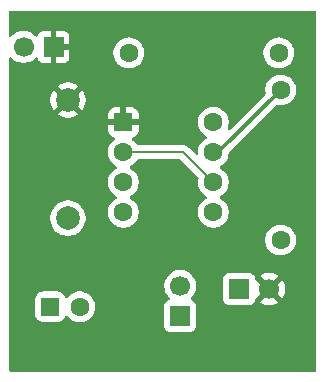
<source format=gbr>
%TF.GenerationSoftware,KiCad,Pcbnew,9.99.0-4961-ge71b061082*%
%TF.CreationDate,2026-01-22T07:13:39+05:30*%
%TF.ProjectId,TOY,544f592e-6b69-4636-9164-5f7063625858,rev?*%
%TF.SameCoordinates,Original*%
%TF.FileFunction,Copper,L2,Bot*%
%TF.FilePolarity,Positive*%
%FSLAX46Y46*%
G04 Gerber Fmt 4.6, Leading zero omitted, Abs format (unit mm)*
G04 Created by KiCad (PCBNEW 9.99.0-4961-ge71b061082) date 2026-01-22 07:13:39*
%MOMM*%
%LPD*%
G01*
G04 APERTURE LIST*
G04 Aperture macros list*
%AMRoundRect*
0 Rectangle with rounded corners*
0 $1 Rounding radius*
0 $2 $3 $4 $5 $6 $7 $8 $9 X,Y pos of 4 corners*
0 Add a 4 corners polygon primitive as box body*
4,1,4,$2,$3,$4,$5,$6,$7,$8,$9,$2,$3,0*
0 Add four circle primitives for the rounded corners*
1,1,$1+$1,$2,$3*
1,1,$1+$1,$4,$5*
1,1,$1+$1,$6,$7*
1,1,$1+$1,$8,$9*
0 Add four rect primitives between the rounded corners*
20,1,$1+$1,$2,$3,$4,$5,0*
20,1,$1+$1,$4,$5,$6,$7,0*
20,1,$1+$1,$6,$7,$8,$9,0*
20,1,$1+$1,$8,$9,$2,$3,0*%
G04 Aperture macros list end*
%TA.AperFunction,ComponentPad*%
%ADD10C,1.600000*%
%TD*%
%TA.AperFunction,ComponentPad*%
%ADD11R,1.700000X1.700000*%
%TD*%
%TA.AperFunction,ComponentPad*%
%ADD12C,1.700000*%
%TD*%
%TA.AperFunction,ComponentPad*%
%ADD13C,2.000000*%
%TD*%
%TA.AperFunction,ComponentPad*%
%ADD14RoundRect,0.250000X-0.550000X-0.550000X0.550000X-0.550000X0.550000X0.550000X-0.550000X0.550000X0*%
%TD*%
%TA.AperFunction,Conductor*%
%ADD15C,0.300000*%
%TD*%
%TA.AperFunction,Conductor*%
%ADD16C,0.200000*%
%TD*%
G04 APERTURE END LIST*
D10*
%TO.P,1K,1*%
%TO.N,/DIS*%
X161850000Y-89500000D03*
%TO.P,1K,2*%
%TO.N,VCC*%
X149150000Y-89500000D03*
%TD*%
D11*
%TO.P,OUT,1,1_1*%
%TO.N,/TR*%
X153500000Y-111775000D03*
D12*
%TO.P,OUT,2,2_2*%
%TO.N,Net-(R2-Pad1)*%
X153500000Y-109235000D03*
%TD*%
D11*
%TO.P,BATTERY,1,1_1*%
%TO.N,GND*%
X142775000Y-89000000D03*
D12*
%TO.P,BATTERY,2,2_2*%
%TO.N,VCC*%
X140235000Y-89000000D03*
%TD*%
D10*
%TO.P,10K,1*%
%TO.N,Net-(R2-Pad1)*%
X162000000Y-105350000D03*
%TO.P,10K,2*%
%TO.N,/DIS*%
X162000000Y-92650000D03*
%TD*%
D13*
%TO.P,C1,1*%
%TO.N,/TR*%
X144000000Y-103500000D03*
%TO.P,C1,2*%
%TO.N,GND*%
X144000000Y-93500000D03*
%TD*%
D11*
%TO.P,BUZZER,1,1_1*%
%TO.N,Net-(100uf1-Pad2)*%
X158500000Y-109500000D03*
D12*
%TO.P,BUZZER,2,2_2*%
%TO.N,GND*%
X161040000Y-109500000D03*
%TD*%
D14*
%TO.P,IC 555,1,GND_1*%
%TO.N,GND*%
X148695000Y-95380000D03*
D10*
%TO.P,IC 555,2,TRIG_2*%
%TO.N,Net-(U1-THRES)*%
X148695000Y-97920000D03*
%TO.P,IC 555,3,OUT_3*%
%TO.N,/OUT*%
X148695000Y-100460000D03*
%TO.P,IC 555,4,~{RST}_4*%
%TO.N,VCC*%
X148695000Y-103000000D03*
%TO.P,IC 555,5,CONT_5*%
%TO.N,unconnected-(U1-CONT-Pad5)*%
X156315000Y-103000000D03*
%TO.P,IC 555,6,THRES_6*%
%TO.N,Net-(U1-THRES)*%
X156315000Y-100460000D03*
%TO.P,IC 555,7,DISCH_7*%
%TO.N,/DIS*%
X156315000Y-97920000D03*
%TO.P,IC 555,8,VCC_8*%
%TO.N,VCC*%
X156315000Y-95380000D03*
%TD*%
D14*
%TO.P,100uf1,1*%
%TO.N,/OUT*%
X142500000Y-111000000D03*
D10*
%TO.P,100uf1,2*%
%TO.N,Net-(100uf1-Pad2)*%
X145000000Y-111000000D03*
%TD*%
%TO.N,/DIS*%
D15*
X156730000Y-97920000D02*
X156315000Y-97920000D01*
X162000000Y-92650000D02*
X156730000Y-97920000D01*
%TO.N,Net-(U1-THRES)*%
D16*
X153775000Y-97920000D02*
X156315000Y-100460000D01*
X148695000Y-97920000D02*
X153775000Y-97920000D01*
%TD*%
%TA.AperFunction,Conductor*%
%TO.N,GND*%
G36*
X164942539Y-85940185D02*
G01*
X164988294Y-85992989D01*
X164999500Y-86044500D01*
X164999500Y-116375500D01*
X164979815Y-116442539D01*
X164927011Y-116488294D01*
X164875500Y-116499500D01*
X139124500Y-116499500D01*
X139057461Y-116479815D01*
X139011706Y-116427011D01*
X139000500Y-116375500D01*
X139000500Y-110399983D01*
X141199500Y-110399983D01*
X141199500Y-111600001D01*
X141199501Y-111600018D01*
X141210000Y-111702796D01*
X141210001Y-111702799D01*
X141239347Y-111791358D01*
X141265186Y-111869334D01*
X141357288Y-112018656D01*
X141481344Y-112142712D01*
X141630666Y-112234814D01*
X141797203Y-112289999D01*
X141899991Y-112300500D01*
X143100008Y-112300499D01*
X143202797Y-112289999D01*
X143369334Y-112234814D01*
X143518656Y-112142712D01*
X143642712Y-112018656D01*
X143734814Y-111869334D01*
X143749426Y-111825237D01*
X143789195Y-111767796D01*
X143853711Y-111740972D01*
X143922487Y-111753286D01*
X143967448Y-111791358D01*
X144008032Y-111847217D01*
X144152786Y-111991971D01*
X144307749Y-112104556D01*
X144318390Y-112112287D01*
X144434607Y-112171503D01*
X144500776Y-112205218D01*
X144500778Y-112205218D01*
X144500781Y-112205220D01*
X144591856Y-112234812D01*
X144695465Y-112268477D01*
X144796557Y-112284488D01*
X144897648Y-112300500D01*
X144897649Y-112300500D01*
X145102351Y-112300500D01*
X145102352Y-112300500D01*
X145304534Y-112268477D01*
X145499219Y-112205220D01*
X145681610Y-112112287D01*
X145810482Y-112018657D01*
X145847213Y-111991971D01*
X145847215Y-111991968D01*
X145847219Y-111991966D01*
X145991966Y-111847219D01*
X145991968Y-111847215D01*
X145991971Y-111847213D01*
X146096892Y-111702799D01*
X146112287Y-111681610D01*
X146205220Y-111499219D01*
X146268477Y-111304534D01*
X146300500Y-111102352D01*
X146300500Y-110897648D01*
X146277288Y-110751095D01*
X146268477Y-110695465D01*
X146205218Y-110500776D01*
X146153865Y-110399991D01*
X146112287Y-110318390D01*
X146071112Y-110261717D01*
X145991971Y-110152786D01*
X145847213Y-110008028D01*
X145681613Y-109887715D01*
X145681612Y-109887714D01*
X145681610Y-109887713D01*
X145614569Y-109853554D01*
X145499223Y-109794781D01*
X145304534Y-109731522D01*
X145129995Y-109703878D01*
X145102352Y-109699500D01*
X144897648Y-109699500D01*
X144873329Y-109703351D01*
X144695465Y-109731522D01*
X144500776Y-109794781D01*
X144318386Y-109887715D01*
X144152786Y-110008028D01*
X144008032Y-110152782D01*
X144008031Y-110152784D01*
X143967447Y-110208642D01*
X143912117Y-110251307D01*
X143842503Y-110257285D01*
X143780709Y-110224678D01*
X143749425Y-110174760D01*
X143734814Y-110130666D01*
X143642712Y-109981344D01*
X143518656Y-109857288D01*
X143369334Y-109765186D01*
X143202797Y-109710001D01*
X143202795Y-109710000D01*
X143100010Y-109699500D01*
X141899998Y-109699500D01*
X141899981Y-109699501D01*
X141797203Y-109710000D01*
X141797200Y-109710001D01*
X141630668Y-109765185D01*
X141630663Y-109765187D01*
X141481342Y-109857289D01*
X141357289Y-109981342D01*
X141265187Y-110130663D01*
X141265185Y-110130668D01*
X141257858Y-110152781D01*
X141210001Y-110297203D01*
X141210001Y-110297204D01*
X141210000Y-110297204D01*
X141199500Y-110399983D01*
X139000500Y-110399983D01*
X139000500Y-109128713D01*
X152149500Y-109128713D01*
X152149500Y-109341286D01*
X152174637Y-109499999D01*
X152182754Y-109551243D01*
X152241330Y-109731522D01*
X152248444Y-109753414D01*
X152344951Y-109942820D01*
X152469890Y-110114786D01*
X152583430Y-110228326D01*
X152616915Y-110289649D01*
X152611931Y-110359341D01*
X152570059Y-110415274D01*
X152539083Y-110432189D01*
X152407669Y-110481203D01*
X152407664Y-110481206D01*
X152292455Y-110567452D01*
X152292452Y-110567455D01*
X152206206Y-110682664D01*
X152206202Y-110682671D01*
X152155908Y-110817517D01*
X152149501Y-110877116D01*
X152149501Y-110877123D01*
X152149500Y-110877135D01*
X152149500Y-112672870D01*
X152149501Y-112672876D01*
X152155908Y-112732483D01*
X152206202Y-112867328D01*
X152206206Y-112867335D01*
X152292452Y-112982544D01*
X152292455Y-112982547D01*
X152407664Y-113068793D01*
X152407671Y-113068797D01*
X152542517Y-113119091D01*
X152542516Y-113119091D01*
X152549444Y-113119835D01*
X152602127Y-113125500D01*
X154397872Y-113125499D01*
X154457483Y-113119091D01*
X154592331Y-113068796D01*
X154707546Y-112982546D01*
X154793796Y-112867331D01*
X154844091Y-112732483D01*
X154850500Y-112672873D01*
X154850499Y-110877128D01*
X154844091Y-110817517D01*
X154819317Y-110751095D01*
X154793797Y-110682671D01*
X154793793Y-110682664D01*
X154707547Y-110567455D01*
X154707544Y-110567452D01*
X154592335Y-110481206D01*
X154592328Y-110481202D01*
X154460917Y-110432189D01*
X154404983Y-110390318D01*
X154380566Y-110324853D01*
X154395418Y-110256580D01*
X154416563Y-110228332D01*
X154530104Y-110114792D01*
X154655051Y-109942816D01*
X154751557Y-109753412D01*
X154817246Y-109551243D01*
X154850500Y-109341287D01*
X154850500Y-109128713D01*
X154817246Y-108918757D01*
X154751557Y-108716588D01*
X154693240Y-108602135D01*
X157149500Y-108602135D01*
X157149500Y-110397870D01*
X157149501Y-110397876D01*
X157155908Y-110457483D01*
X157206202Y-110592328D01*
X157206206Y-110592335D01*
X157292452Y-110707544D01*
X157292455Y-110707547D01*
X157407664Y-110793793D01*
X157407671Y-110793797D01*
X157542517Y-110844091D01*
X157542516Y-110844091D01*
X157549444Y-110844835D01*
X157602127Y-110850500D01*
X159397872Y-110850499D01*
X159457483Y-110844091D01*
X159592331Y-110793796D01*
X159707546Y-110707546D01*
X159793796Y-110592331D01*
X159844091Y-110457483D01*
X159850500Y-110397873D01*
X159850499Y-110373979D01*
X159853330Y-110360963D01*
X159863940Y-110341525D01*
X159870179Y-110320275D01*
X159886803Y-110299643D01*
X159886808Y-110299636D01*
X159886811Y-110299634D01*
X159886818Y-110299626D01*
X160557037Y-109629408D01*
X160574075Y-109692993D01*
X160639901Y-109807007D01*
X160732993Y-109900099D01*
X160847007Y-109965925D01*
X160910590Y-109982962D01*
X160278282Y-110615269D01*
X160278282Y-110615270D01*
X160332449Y-110654624D01*
X160521782Y-110751095D01*
X160723870Y-110816757D01*
X160933754Y-110850000D01*
X161146246Y-110850000D01*
X161356127Y-110816757D01*
X161356130Y-110816757D01*
X161558217Y-110751095D01*
X161747554Y-110654622D01*
X161801716Y-110615270D01*
X161801717Y-110615270D01*
X161169408Y-109982962D01*
X161232993Y-109965925D01*
X161347007Y-109900099D01*
X161440099Y-109807007D01*
X161505925Y-109692993D01*
X161522962Y-109629408D01*
X162155270Y-110261717D01*
X162155270Y-110261716D01*
X162194622Y-110207554D01*
X162291095Y-110018217D01*
X162356757Y-109816130D01*
X162356757Y-109816127D01*
X162390000Y-109606246D01*
X162390000Y-109393753D01*
X162356757Y-109183872D01*
X162356757Y-109183869D01*
X162291095Y-108981782D01*
X162194624Y-108792449D01*
X162155270Y-108738282D01*
X162155269Y-108738282D01*
X161522962Y-109370590D01*
X161505925Y-109307007D01*
X161440099Y-109192993D01*
X161347007Y-109099901D01*
X161232993Y-109034075D01*
X161169409Y-109017037D01*
X161801716Y-108384728D01*
X161747550Y-108345375D01*
X161558217Y-108248904D01*
X161356129Y-108183242D01*
X161146246Y-108150000D01*
X160933754Y-108150000D01*
X160723872Y-108183242D01*
X160723869Y-108183242D01*
X160521782Y-108248904D01*
X160332439Y-108345380D01*
X160278282Y-108384727D01*
X160278282Y-108384728D01*
X160910591Y-109017037D01*
X160847007Y-109034075D01*
X160732993Y-109099901D01*
X160639901Y-109192993D01*
X160574075Y-109307007D01*
X160557037Y-109370591D01*
X159886818Y-108700372D01*
X159853333Y-108639049D01*
X159853330Y-108639036D01*
X159850499Y-108626015D01*
X159850499Y-108602128D01*
X159844091Y-108542517D01*
X159815926Y-108467002D01*
X159793798Y-108407673D01*
X159793793Y-108407664D01*
X159707547Y-108292455D01*
X159707544Y-108292452D01*
X159592335Y-108206206D01*
X159592328Y-108206202D01*
X159457482Y-108155908D01*
X159457483Y-108155908D01*
X159397883Y-108149501D01*
X159397881Y-108149500D01*
X159397873Y-108149500D01*
X159397864Y-108149500D01*
X157602129Y-108149500D01*
X157602123Y-108149501D01*
X157542516Y-108155908D01*
X157407671Y-108206202D01*
X157407664Y-108206206D01*
X157292455Y-108292452D01*
X157292452Y-108292455D01*
X157206206Y-108407664D01*
X157206202Y-108407671D01*
X157155908Y-108542517D01*
X157149501Y-108602116D01*
X157149500Y-108602135D01*
X154693240Y-108602135D01*
X154655051Y-108527184D01*
X154611327Y-108467002D01*
X154530109Y-108355213D01*
X154379786Y-108204890D01*
X154207820Y-108079951D01*
X154018414Y-107983444D01*
X154018413Y-107983443D01*
X154018412Y-107983443D01*
X153816243Y-107917754D01*
X153816241Y-107917753D01*
X153816240Y-107917753D01*
X153654957Y-107892208D01*
X153606287Y-107884500D01*
X153393713Y-107884500D01*
X153345042Y-107892208D01*
X153183760Y-107917753D01*
X152981585Y-107983444D01*
X152792179Y-108079951D01*
X152620213Y-108204890D01*
X152469890Y-108355213D01*
X152344951Y-108527179D01*
X152248444Y-108716585D01*
X152182753Y-108918760D01*
X152149500Y-109128713D01*
X139000500Y-109128713D01*
X139000500Y-105247648D01*
X160699500Y-105247648D01*
X160699500Y-105452351D01*
X160731522Y-105654534D01*
X160794781Y-105849223D01*
X160887715Y-106031613D01*
X161008028Y-106197213D01*
X161152786Y-106341971D01*
X161307749Y-106454556D01*
X161318390Y-106462287D01*
X161434607Y-106521503D01*
X161500776Y-106555218D01*
X161500778Y-106555218D01*
X161500781Y-106555220D01*
X161605137Y-106589127D01*
X161695465Y-106618477D01*
X161796557Y-106634488D01*
X161897648Y-106650500D01*
X161897649Y-106650500D01*
X162102351Y-106650500D01*
X162102352Y-106650500D01*
X162304534Y-106618477D01*
X162499219Y-106555220D01*
X162681610Y-106462287D01*
X162774590Y-106394732D01*
X162847213Y-106341971D01*
X162847215Y-106341968D01*
X162847219Y-106341966D01*
X162991966Y-106197219D01*
X162991968Y-106197215D01*
X162991971Y-106197213D01*
X163044732Y-106124590D01*
X163112287Y-106031610D01*
X163205220Y-105849219D01*
X163268477Y-105654534D01*
X163300500Y-105452352D01*
X163300500Y-105247648D01*
X163268477Y-105045466D01*
X163205220Y-104850781D01*
X163205218Y-104850778D01*
X163205218Y-104850776D01*
X163170858Y-104783342D01*
X163112287Y-104668390D01*
X163104556Y-104657749D01*
X162991971Y-104502786D01*
X162847213Y-104358028D01*
X162681613Y-104237715D01*
X162681612Y-104237714D01*
X162681610Y-104237713D01*
X162617835Y-104205218D01*
X162499223Y-104144781D01*
X162304534Y-104081522D01*
X162129995Y-104053878D01*
X162102352Y-104049500D01*
X161897648Y-104049500D01*
X161873329Y-104053351D01*
X161695465Y-104081522D01*
X161500776Y-104144781D01*
X161318386Y-104237715D01*
X161152786Y-104358028D01*
X161008028Y-104502786D01*
X160887715Y-104668386D01*
X160794781Y-104850776D01*
X160731522Y-105045465D01*
X160699500Y-105247648D01*
X139000500Y-105247648D01*
X139000500Y-103381902D01*
X142499500Y-103381902D01*
X142499500Y-103618097D01*
X142536446Y-103851368D01*
X142609433Y-104075996D01*
X142675276Y-104205218D01*
X142716657Y-104286433D01*
X142855483Y-104477510D01*
X143022490Y-104644517D01*
X143213567Y-104783343D01*
X143312991Y-104834002D01*
X143424003Y-104890566D01*
X143424005Y-104890566D01*
X143424008Y-104890568D01*
X143544412Y-104929689D01*
X143648631Y-104963553D01*
X143881903Y-105000500D01*
X143881908Y-105000500D01*
X144118097Y-105000500D01*
X144351368Y-104963553D01*
X144575992Y-104890568D01*
X144786433Y-104783343D01*
X144977510Y-104644517D01*
X145144517Y-104477510D01*
X145283343Y-104286433D01*
X145390568Y-104075992D01*
X145463553Y-103851368D01*
X145464211Y-103847213D01*
X145500500Y-103618097D01*
X145500500Y-103381902D01*
X145463553Y-103148631D01*
X145390566Y-102924003D01*
X145283342Y-102713566D01*
X145144517Y-102522490D01*
X144977510Y-102355483D01*
X144786433Y-102216657D01*
X144575996Y-102109433D01*
X144351368Y-102036446D01*
X144118097Y-101999500D01*
X144118092Y-101999500D01*
X143881908Y-101999500D01*
X143881903Y-101999500D01*
X143648631Y-102036446D01*
X143424003Y-102109433D01*
X143213566Y-102216657D01*
X143104550Y-102295862D01*
X143022490Y-102355483D01*
X143022488Y-102355485D01*
X143022487Y-102355485D01*
X142855485Y-102522487D01*
X142855485Y-102522488D01*
X142855483Y-102522490D01*
X142795862Y-102604550D01*
X142716657Y-102713566D01*
X142609433Y-102924003D01*
X142536446Y-103148631D01*
X142499500Y-103381902D01*
X139000500Y-103381902D01*
X139000500Y-97817648D01*
X147394500Y-97817648D01*
X147394500Y-98022351D01*
X147426522Y-98224534D01*
X147489781Y-98419223D01*
X147582715Y-98601613D01*
X147703028Y-98767213D01*
X147847786Y-98911971D01*
X148002749Y-99024556D01*
X148013390Y-99032287D01*
X148104840Y-99078883D01*
X148106080Y-99079515D01*
X148156876Y-99127490D01*
X148173671Y-99195311D01*
X148151134Y-99261446D01*
X148106080Y-99300485D01*
X148013386Y-99347715D01*
X147847786Y-99468028D01*
X147703028Y-99612786D01*
X147582715Y-99778386D01*
X147489781Y-99960776D01*
X147426522Y-100155465D01*
X147394500Y-100357648D01*
X147394500Y-100562351D01*
X147426522Y-100764534D01*
X147489781Y-100959223D01*
X147582715Y-101141613D01*
X147703028Y-101307213D01*
X147847786Y-101451971D01*
X148002749Y-101564556D01*
X148013390Y-101572287D01*
X148104840Y-101618883D01*
X148106080Y-101619515D01*
X148156876Y-101667490D01*
X148173671Y-101735311D01*
X148151134Y-101801446D01*
X148106080Y-101840485D01*
X148013386Y-101887715D01*
X147847786Y-102008028D01*
X147703028Y-102152786D01*
X147582715Y-102318386D01*
X147489781Y-102500776D01*
X147426522Y-102695465D01*
X147394500Y-102897648D01*
X147394500Y-103102351D01*
X147426522Y-103304534D01*
X147489781Y-103499223D01*
X147582715Y-103681613D01*
X147703028Y-103847213D01*
X147847786Y-103991971D01*
X148002749Y-104104556D01*
X148013390Y-104112287D01*
X148129607Y-104171503D01*
X148195776Y-104205218D01*
X148195778Y-104205218D01*
X148195781Y-104205220D01*
X148295784Y-104237713D01*
X148390465Y-104268477D01*
X148491557Y-104284488D01*
X148592648Y-104300500D01*
X148592649Y-104300500D01*
X148797351Y-104300500D01*
X148797352Y-104300500D01*
X148999534Y-104268477D01*
X149194219Y-104205220D01*
X149376610Y-104112287D01*
X149469590Y-104044732D01*
X149542213Y-103991971D01*
X149542215Y-103991968D01*
X149542219Y-103991966D01*
X149686966Y-103847219D01*
X149686968Y-103847215D01*
X149686971Y-103847213D01*
X149739732Y-103774590D01*
X149807287Y-103681610D01*
X149900220Y-103499219D01*
X149963477Y-103304534D01*
X149995500Y-103102352D01*
X149995500Y-102897648D01*
X149963477Y-102695466D01*
X149900220Y-102500781D01*
X149900218Y-102500778D01*
X149900218Y-102500776D01*
X149866503Y-102434607D01*
X149807287Y-102318390D01*
X149799556Y-102307749D01*
X149686971Y-102152786D01*
X149542213Y-102008028D01*
X149376614Y-101887715D01*
X149370006Y-101884348D01*
X149283917Y-101840483D01*
X149233123Y-101792511D01*
X149216328Y-101724690D01*
X149238865Y-101658555D01*
X149283917Y-101619516D01*
X149376610Y-101572287D01*
X149397770Y-101556913D01*
X149542213Y-101451971D01*
X149542215Y-101451968D01*
X149542219Y-101451966D01*
X149686966Y-101307219D01*
X149686968Y-101307215D01*
X149686971Y-101307213D01*
X149739732Y-101234590D01*
X149807287Y-101141610D01*
X149900220Y-100959219D01*
X149963477Y-100764534D01*
X149995500Y-100562352D01*
X149995500Y-100357648D01*
X149963477Y-100155466D01*
X149900220Y-99960781D01*
X149900218Y-99960778D01*
X149900218Y-99960776D01*
X149866503Y-99894607D01*
X149807287Y-99778390D01*
X149799556Y-99767749D01*
X149686971Y-99612786D01*
X149542213Y-99468028D01*
X149376614Y-99347715D01*
X149370006Y-99344348D01*
X149283917Y-99300483D01*
X149233123Y-99252511D01*
X149216328Y-99184690D01*
X149238865Y-99118555D01*
X149283917Y-99079516D01*
X149376610Y-99032287D01*
X149397770Y-99016913D01*
X149542213Y-98911971D01*
X149542215Y-98911968D01*
X149542219Y-98911966D01*
X149686966Y-98767219D01*
X149686968Y-98767215D01*
X149686971Y-98767213D01*
X149807284Y-98601614D01*
X149807285Y-98601613D01*
X149807287Y-98601610D01*
X149814117Y-98588204D01*
X149862091Y-98537409D01*
X149924602Y-98520500D01*
X153474903Y-98520500D01*
X153541942Y-98540185D01*
X153562584Y-98556819D01*
X155020922Y-100015157D01*
X155054407Y-100076480D01*
X155051173Y-100141155D01*
X155046522Y-100155468D01*
X155014500Y-100357648D01*
X155014500Y-100562351D01*
X155046522Y-100764534D01*
X155109781Y-100959223D01*
X155202715Y-101141613D01*
X155323028Y-101307213D01*
X155467786Y-101451971D01*
X155622749Y-101564556D01*
X155633390Y-101572287D01*
X155724840Y-101618883D01*
X155726080Y-101619515D01*
X155776876Y-101667490D01*
X155793671Y-101735311D01*
X155771134Y-101801446D01*
X155726080Y-101840485D01*
X155633386Y-101887715D01*
X155467786Y-102008028D01*
X155323028Y-102152786D01*
X155202715Y-102318386D01*
X155109781Y-102500776D01*
X155046522Y-102695465D01*
X155014500Y-102897648D01*
X155014500Y-103102351D01*
X155046522Y-103304534D01*
X155109781Y-103499223D01*
X155202715Y-103681613D01*
X155323028Y-103847213D01*
X155467786Y-103991971D01*
X155622749Y-104104556D01*
X155633390Y-104112287D01*
X155749607Y-104171503D01*
X155815776Y-104205218D01*
X155815778Y-104205218D01*
X155815781Y-104205220D01*
X155915784Y-104237713D01*
X156010465Y-104268477D01*
X156111557Y-104284488D01*
X156212648Y-104300500D01*
X156212649Y-104300500D01*
X156417351Y-104300500D01*
X156417352Y-104300500D01*
X156619534Y-104268477D01*
X156814219Y-104205220D01*
X156996610Y-104112287D01*
X157089590Y-104044732D01*
X157162213Y-103991971D01*
X157162215Y-103991968D01*
X157162219Y-103991966D01*
X157306966Y-103847219D01*
X157306968Y-103847215D01*
X157306971Y-103847213D01*
X157359732Y-103774590D01*
X157427287Y-103681610D01*
X157520220Y-103499219D01*
X157583477Y-103304534D01*
X157615500Y-103102352D01*
X157615500Y-102897648D01*
X157583477Y-102695466D01*
X157520220Y-102500781D01*
X157520218Y-102500778D01*
X157520218Y-102500776D01*
X157486503Y-102434607D01*
X157427287Y-102318390D01*
X157419556Y-102307749D01*
X157306971Y-102152786D01*
X157162213Y-102008028D01*
X156996614Y-101887715D01*
X156990006Y-101884348D01*
X156903917Y-101840483D01*
X156853123Y-101792511D01*
X156836328Y-101724690D01*
X156858865Y-101658555D01*
X156903917Y-101619516D01*
X156996610Y-101572287D01*
X157017770Y-101556913D01*
X157162213Y-101451971D01*
X157162215Y-101451968D01*
X157162219Y-101451966D01*
X157306966Y-101307219D01*
X157306968Y-101307215D01*
X157306971Y-101307213D01*
X157359732Y-101234590D01*
X157427287Y-101141610D01*
X157520220Y-100959219D01*
X157583477Y-100764534D01*
X157615500Y-100562352D01*
X157615500Y-100357648D01*
X157583477Y-100155466D01*
X157520220Y-99960781D01*
X157520218Y-99960778D01*
X157520218Y-99960776D01*
X157486503Y-99894607D01*
X157427287Y-99778390D01*
X157419556Y-99767749D01*
X157306971Y-99612786D01*
X157162213Y-99468028D01*
X156996614Y-99347715D01*
X156990006Y-99344348D01*
X156903917Y-99300483D01*
X156853123Y-99252511D01*
X156836328Y-99184690D01*
X156858865Y-99118555D01*
X156903917Y-99079516D01*
X156996610Y-99032287D01*
X157017770Y-99016913D01*
X157162213Y-98911971D01*
X157162215Y-98911968D01*
X157162219Y-98911966D01*
X157306966Y-98767219D01*
X157306968Y-98767215D01*
X157306971Y-98767213D01*
X157359732Y-98694590D01*
X157427287Y-98601610D01*
X157520220Y-98419219D01*
X157583477Y-98224534D01*
X157615500Y-98022352D01*
X157615500Y-98005807D01*
X157635185Y-97938768D01*
X157651814Y-97918131D01*
X161612809Y-93957135D01*
X161674130Y-93923652D01*
X161719886Y-93922345D01*
X161816719Y-93937681D01*
X161897648Y-93950500D01*
X161897649Y-93950500D01*
X162102351Y-93950500D01*
X162102352Y-93950500D01*
X162304534Y-93918477D01*
X162499219Y-93855220D01*
X162681610Y-93762287D01*
X162776986Y-93692993D01*
X162847213Y-93641971D01*
X162847215Y-93641968D01*
X162847219Y-93641966D01*
X162991966Y-93497219D01*
X162991968Y-93497215D01*
X162991971Y-93497213D01*
X163075715Y-93381947D01*
X163112287Y-93331610D01*
X163205220Y-93149219D01*
X163268477Y-92954534D01*
X163300500Y-92752352D01*
X163300500Y-92547648D01*
X163268477Y-92345466D01*
X163205220Y-92150781D01*
X163205218Y-92150778D01*
X163205218Y-92150776D01*
X163147212Y-92036934D01*
X163112287Y-91968390D01*
X163104556Y-91957749D01*
X162991971Y-91802786D01*
X162847213Y-91658028D01*
X162681613Y-91537715D01*
X162681612Y-91537714D01*
X162681610Y-91537713D01*
X162624653Y-91508691D01*
X162499223Y-91444781D01*
X162304534Y-91381522D01*
X162129995Y-91353878D01*
X162102352Y-91349500D01*
X161897648Y-91349500D01*
X161873329Y-91353351D01*
X161695465Y-91381522D01*
X161500776Y-91444781D01*
X161318386Y-91537715D01*
X161152786Y-91658028D01*
X161008028Y-91802786D01*
X160887715Y-91968386D01*
X160794781Y-92150776D01*
X160731522Y-92345465D01*
X160699500Y-92547648D01*
X160699500Y-92752351D01*
X160727654Y-92930111D01*
X160718699Y-92999405D01*
X160692862Y-93037190D01*
X157726311Y-96003741D01*
X157664988Y-96037226D01*
X157595296Y-96032242D01*
X157539363Y-95990370D01*
X157514946Y-95924906D01*
X157520698Y-95877747D01*
X157583477Y-95684534D01*
X157615500Y-95482352D01*
X157615500Y-95277648D01*
X157607257Y-95225606D01*
X157583477Y-95075465D01*
X157546956Y-94963065D01*
X157520220Y-94880781D01*
X157520218Y-94880778D01*
X157520218Y-94880776D01*
X157470354Y-94782914D01*
X157427287Y-94698390D01*
X157411966Y-94677302D01*
X157306971Y-94532786D01*
X157162213Y-94388028D01*
X156996613Y-94267715D01*
X156996612Y-94267714D01*
X156996610Y-94267713D01*
X156937675Y-94237684D01*
X156814223Y-94174781D01*
X156619534Y-94111522D01*
X156444995Y-94083878D01*
X156417352Y-94079500D01*
X156212648Y-94079500D01*
X156188329Y-94083351D01*
X156010465Y-94111522D01*
X155815776Y-94174781D01*
X155633386Y-94267715D01*
X155467786Y-94388028D01*
X155323028Y-94532786D01*
X155202715Y-94698386D01*
X155109781Y-94880776D01*
X155046522Y-95075465D01*
X155014500Y-95277648D01*
X155014500Y-95482351D01*
X155046522Y-95684534D01*
X155109781Y-95879223D01*
X155202715Y-96061613D01*
X155323028Y-96227213D01*
X155467786Y-96371971D01*
X155622749Y-96484556D01*
X155633390Y-96492287D01*
X155724840Y-96538883D01*
X155726080Y-96539515D01*
X155776876Y-96587490D01*
X155793671Y-96655311D01*
X155771134Y-96721446D01*
X155726080Y-96760485D01*
X155633386Y-96807715D01*
X155467786Y-96928028D01*
X155323028Y-97072786D01*
X155202715Y-97238386D01*
X155109781Y-97420776D01*
X155046522Y-97615465D01*
X155014500Y-97817648D01*
X155014500Y-98010903D01*
X154994815Y-98077942D01*
X154942011Y-98123697D01*
X154872853Y-98133641D01*
X154809297Y-98104616D01*
X154802819Y-98098584D01*
X154262590Y-97558355D01*
X154262588Y-97558352D01*
X154143717Y-97439481D01*
X154143716Y-97439480D01*
X154056904Y-97389360D01*
X154056904Y-97389359D01*
X154056900Y-97389358D01*
X154006785Y-97360423D01*
X153854057Y-97319499D01*
X153695943Y-97319499D01*
X153688347Y-97319499D01*
X153688331Y-97319500D01*
X149924602Y-97319500D01*
X149857563Y-97299815D01*
X149814117Y-97251795D01*
X149807284Y-97238385D01*
X149686971Y-97072786D01*
X149542217Y-96928032D01*
X149542212Y-96928028D01*
X149448051Y-96859616D01*
X149405385Y-96804286D01*
X149399406Y-96734673D01*
X149432012Y-96672878D01*
X149481933Y-96641592D01*
X149564117Y-96614359D01*
X149564124Y-96614356D01*
X149713345Y-96522315D01*
X149837315Y-96398345D01*
X149929356Y-96249124D01*
X149929358Y-96249119D01*
X149984505Y-96082697D01*
X149984506Y-96082690D01*
X149994999Y-95979986D01*
X149995000Y-95979973D01*
X149995000Y-95630000D01*
X149010686Y-95630000D01*
X149015080Y-95625606D01*
X149067741Y-95534394D01*
X149095000Y-95432661D01*
X149095000Y-95327339D01*
X149067741Y-95225606D01*
X149015080Y-95134394D01*
X149010686Y-95130000D01*
X149994999Y-95130000D01*
X149994999Y-94780028D01*
X149994998Y-94780013D01*
X149984505Y-94677302D01*
X149929358Y-94510880D01*
X149929356Y-94510875D01*
X149837315Y-94361654D01*
X149713345Y-94237684D01*
X149564124Y-94145643D01*
X149564119Y-94145641D01*
X149397697Y-94090494D01*
X149397690Y-94090493D01*
X149294986Y-94080000D01*
X148945000Y-94080000D01*
X148945000Y-95064314D01*
X148940606Y-95059920D01*
X148849394Y-95007259D01*
X148747661Y-94980000D01*
X148642339Y-94980000D01*
X148540606Y-95007259D01*
X148449394Y-95059920D01*
X148445000Y-95064314D01*
X148445000Y-94080000D01*
X148095028Y-94080000D01*
X148095012Y-94080001D01*
X147992302Y-94090494D01*
X147825880Y-94145641D01*
X147825875Y-94145643D01*
X147676654Y-94237684D01*
X147552684Y-94361654D01*
X147460643Y-94510875D01*
X147460641Y-94510880D01*
X147405494Y-94677302D01*
X147405493Y-94677309D01*
X147395000Y-94780013D01*
X147395000Y-95130000D01*
X148379314Y-95130000D01*
X148374920Y-95134394D01*
X148322259Y-95225606D01*
X148295000Y-95327339D01*
X148295000Y-95432661D01*
X148322259Y-95534394D01*
X148374920Y-95625606D01*
X148379314Y-95630000D01*
X147395001Y-95630000D01*
X147395001Y-95979986D01*
X147405494Y-96082697D01*
X147460641Y-96249119D01*
X147460643Y-96249124D01*
X147552684Y-96398345D01*
X147676654Y-96522315D01*
X147825875Y-96614356D01*
X147825882Y-96614359D01*
X147908067Y-96641592D01*
X147965512Y-96681364D01*
X147992336Y-96745880D01*
X147980021Y-96814656D01*
X147941949Y-96859616D01*
X147847787Y-96928028D01*
X147847782Y-96928032D01*
X147703028Y-97072786D01*
X147582715Y-97238386D01*
X147489781Y-97420776D01*
X147426522Y-97615465D01*
X147394500Y-97817648D01*
X139000500Y-97817648D01*
X139000500Y-93381947D01*
X142500000Y-93381947D01*
X142500000Y-93618052D01*
X142536934Y-93851247D01*
X142609897Y-94075802D01*
X142717087Y-94286174D01*
X142777338Y-94369104D01*
X142777340Y-94369105D01*
X143517037Y-93629408D01*
X143534075Y-93692993D01*
X143599901Y-93807007D01*
X143692993Y-93900099D01*
X143807007Y-93965925D01*
X143870590Y-93982962D01*
X143130893Y-94722658D01*
X143213828Y-94782914D01*
X143424197Y-94890102D01*
X143648752Y-94963065D01*
X143648751Y-94963065D01*
X143881948Y-95000000D01*
X144118052Y-95000000D01*
X144351247Y-94963065D01*
X144575802Y-94890102D01*
X144786163Y-94782918D01*
X144786169Y-94782914D01*
X144869105Y-94722658D01*
X144129408Y-93982962D01*
X144192993Y-93965925D01*
X144307007Y-93900099D01*
X144400099Y-93807007D01*
X144465925Y-93692993D01*
X144482962Y-93629409D01*
X145222658Y-94369105D01*
X145222658Y-94369104D01*
X145282914Y-94286169D01*
X145282918Y-94286163D01*
X145390102Y-94075802D01*
X145463065Y-93851247D01*
X145500000Y-93618052D01*
X145500000Y-93381947D01*
X145463065Y-93148752D01*
X145390102Y-92924197D01*
X145282914Y-92713828D01*
X145222658Y-92630894D01*
X145222658Y-92630893D01*
X144482962Y-93370590D01*
X144465925Y-93307007D01*
X144400099Y-93192993D01*
X144307007Y-93099901D01*
X144192993Y-93034075D01*
X144129409Y-93017037D01*
X144869105Y-92277340D01*
X144869104Y-92277338D01*
X144786174Y-92217087D01*
X144575802Y-92109897D01*
X144351247Y-92036934D01*
X144351248Y-92036934D01*
X144118052Y-92000000D01*
X143881948Y-92000000D01*
X143648752Y-92036934D01*
X143424197Y-92109897D01*
X143213830Y-92217084D01*
X143130894Y-92277340D01*
X143870591Y-93017037D01*
X143807007Y-93034075D01*
X143692993Y-93099901D01*
X143599901Y-93192993D01*
X143534075Y-93307007D01*
X143517037Y-93370590D01*
X142777340Y-92630894D01*
X142717084Y-92713830D01*
X142609897Y-92924197D01*
X142536934Y-93148752D01*
X142500000Y-93381947D01*
X139000500Y-93381947D01*
X139000500Y-89974758D01*
X139020185Y-89907719D01*
X139072989Y-89861964D01*
X139142147Y-89852020D01*
X139205703Y-89881045D01*
X139212181Y-89887077D01*
X139355213Y-90030109D01*
X139527179Y-90155048D01*
X139527181Y-90155049D01*
X139527184Y-90155051D01*
X139716588Y-90251557D01*
X139918757Y-90317246D01*
X140128713Y-90350500D01*
X140128714Y-90350500D01*
X140341286Y-90350500D01*
X140341287Y-90350500D01*
X140551243Y-90317246D01*
X140753412Y-90251557D01*
X140942816Y-90155051D01*
X141029478Y-90092088D01*
X141114784Y-90030110D01*
X141114784Y-90030109D01*
X141114792Y-90030104D01*
X141228717Y-89916178D01*
X141290036Y-89882696D01*
X141359728Y-89887680D01*
X141415662Y-89929551D01*
X141432577Y-89960528D01*
X141481646Y-90092088D01*
X141481649Y-90092093D01*
X141567809Y-90207187D01*
X141567812Y-90207190D01*
X141682906Y-90293350D01*
X141682913Y-90293354D01*
X141817620Y-90343596D01*
X141817627Y-90343598D01*
X141877155Y-90349999D01*
X141877172Y-90350000D01*
X142525000Y-90350000D01*
X142525000Y-89433012D01*
X142582007Y-89465925D01*
X142709174Y-89500000D01*
X142840826Y-89500000D01*
X142967993Y-89465925D01*
X143025000Y-89433012D01*
X143025000Y-90350000D01*
X143672828Y-90350000D01*
X143672844Y-90349999D01*
X143732372Y-90343598D01*
X143732379Y-90343596D01*
X143867086Y-90293354D01*
X143867093Y-90293350D01*
X143982187Y-90207190D01*
X143982190Y-90207187D01*
X144068350Y-90092093D01*
X144068354Y-90092086D01*
X144118596Y-89957379D01*
X144118598Y-89957372D01*
X144124999Y-89897844D01*
X144125000Y-89897827D01*
X144125000Y-89397648D01*
X147849500Y-89397648D01*
X147849500Y-89602351D01*
X147881522Y-89804534D01*
X147944781Y-89999223D01*
X148008691Y-90124653D01*
X148024180Y-90155051D01*
X148037715Y-90181613D01*
X148158028Y-90347213D01*
X148302786Y-90491971D01*
X148457749Y-90604556D01*
X148468390Y-90612287D01*
X148584607Y-90671503D01*
X148650776Y-90705218D01*
X148650778Y-90705218D01*
X148650781Y-90705220D01*
X148755137Y-90739127D01*
X148845465Y-90768477D01*
X148946557Y-90784488D01*
X149047648Y-90800500D01*
X149047649Y-90800500D01*
X149252351Y-90800500D01*
X149252352Y-90800500D01*
X149454534Y-90768477D01*
X149649219Y-90705220D01*
X149831610Y-90612287D01*
X149924590Y-90544732D01*
X149997213Y-90491971D01*
X149997215Y-90491968D01*
X149997219Y-90491966D01*
X150141966Y-90347219D01*
X150141968Y-90347215D01*
X150141971Y-90347213D01*
X150243704Y-90207187D01*
X150262287Y-90181610D01*
X150355220Y-89999219D01*
X150418477Y-89804534D01*
X150450500Y-89602352D01*
X150450500Y-89397648D01*
X160549500Y-89397648D01*
X160549500Y-89602351D01*
X160581522Y-89804534D01*
X160644781Y-89999223D01*
X160708691Y-90124653D01*
X160724180Y-90155051D01*
X160737715Y-90181613D01*
X160858028Y-90347213D01*
X161002786Y-90491971D01*
X161157749Y-90604556D01*
X161168390Y-90612287D01*
X161284607Y-90671503D01*
X161350776Y-90705218D01*
X161350778Y-90705218D01*
X161350781Y-90705220D01*
X161455137Y-90739127D01*
X161545465Y-90768477D01*
X161646557Y-90784488D01*
X161747648Y-90800500D01*
X161747649Y-90800500D01*
X161952351Y-90800500D01*
X161952352Y-90800500D01*
X162154534Y-90768477D01*
X162349219Y-90705220D01*
X162531610Y-90612287D01*
X162624590Y-90544732D01*
X162697213Y-90491971D01*
X162697215Y-90491968D01*
X162697219Y-90491966D01*
X162841966Y-90347219D01*
X162841968Y-90347215D01*
X162841971Y-90347213D01*
X162943704Y-90207187D01*
X162962287Y-90181610D01*
X163055220Y-89999219D01*
X163118477Y-89804534D01*
X163150500Y-89602352D01*
X163150500Y-89397648D01*
X163136144Y-89307007D01*
X163118477Y-89195465D01*
X163055218Y-89000776D01*
X163000666Y-88893713D01*
X162962287Y-88818390D01*
X162954017Y-88807007D01*
X162841971Y-88652786D01*
X162697213Y-88508028D01*
X162531613Y-88387715D01*
X162531612Y-88387714D01*
X162531610Y-88387713D01*
X162474653Y-88358691D01*
X162349223Y-88294781D01*
X162154534Y-88231522D01*
X161979995Y-88203878D01*
X161952352Y-88199500D01*
X161747648Y-88199500D01*
X161723329Y-88203351D01*
X161545465Y-88231522D01*
X161350776Y-88294781D01*
X161168386Y-88387715D01*
X161002786Y-88508028D01*
X160858028Y-88652786D01*
X160737715Y-88818386D01*
X160644781Y-89000776D01*
X160581522Y-89195465D01*
X160549500Y-89397648D01*
X150450500Y-89397648D01*
X150436144Y-89307007D01*
X150418477Y-89195465D01*
X150355218Y-89000776D01*
X150300666Y-88893713D01*
X150262287Y-88818390D01*
X150254017Y-88807007D01*
X150141971Y-88652786D01*
X149997213Y-88508028D01*
X149831613Y-88387715D01*
X149831612Y-88387714D01*
X149831610Y-88387713D01*
X149774653Y-88358691D01*
X149649223Y-88294781D01*
X149454534Y-88231522D01*
X149279995Y-88203878D01*
X149252352Y-88199500D01*
X149047648Y-88199500D01*
X149023329Y-88203351D01*
X148845465Y-88231522D01*
X148650776Y-88294781D01*
X148468386Y-88387715D01*
X148302786Y-88508028D01*
X148158028Y-88652786D01*
X148037715Y-88818386D01*
X147944781Y-89000776D01*
X147881522Y-89195465D01*
X147849500Y-89397648D01*
X144125000Y-89397648D01*
X144125000Y-89250000D01*
X143208012Y-89250000D01*
X143240925Y-89192993D01*
X143275000Y-89065826D01*
X143275000Y-88934174D01*
X143240925Y-88807007D01*
X143208012Y-88750000D01*
X144125000Y-88750000D01*
X144125000Y-88102172D01*
X144124999Y-88102155D01*
X144118598Y-88042627D01*
X144118596Y-88042620D01*
X144068354Y-87907913D01*
X144068350Y-87907906D01*
X143982190Y-87792812D01*
X143982187Y-87792809D01*
X143867093Y-87706649D01*
X143867086Y-87706645D01*
X143732379Y-87656403D01*
X143732372Y-87656401D01*
X143672844Y-87650000D01*
X143025000Y-87650000D01*
X143025000Y-88566988D01*
X142967993Y-88534075D01*
X142840826Y-88500000D01*
X142709174Y-88500000D01*
X142582007Y-88534075D01*
X142525000Y-88566988D01*
X142525000Y-87650000D01*
X141877155Y-87650000D01*
X141817627Y-87656401D01*
X141817620Y-87656403D01*
X141682913Y-87706645D01*
X141682906Y-87706649D01*
X141567812Y-87792809D01*
X141567809Y-87792812D01*
X141481649Y-87907906D01*
X141481646Y-87907912D01*
X141432577Y-88039471D01*
X141390705Y-88095404D01*
X141325241Y-88119821D01*
X141256968Y-88104969D01*
X141228714Y-88083818D01*
X141114786Y-87969890D01*
X140942820Y-87844951D01*
X140753414Y-87748444D01*
X140753413Y-87748443D01*
X140753412Y-87748443D01*
X140551243Y-87682754D01*
X140551241Y-87682753D01*
X140551240Y-87682753D01*
X140389957Y-87657208D01*
X140341287Y-87649500D01*
X140128713Y-87649500D01*
X140080042Y-87657208D01*
X139918760Y-87682753D01*
X139716585Y-87748444D01*
X139527179Y-87844951D01*
X139355213Y-87969890D01*
X139355209Y-87969894D01*
X139212181Y-88112923D01*
X139150858Y-88146408D01*
X139081166Y-88141424D01*
X139025233Y-88099552D01*
X139000816Y-88034088D01*
X139000500Y-88025242D01*
X139000500Y-86044500D01*
X139020185Y-85977461D01*
X139072989Y-85931706D01*
X139124500Y-85920500D01*
X164875500Y-85920500D01*
X164942539Y-85940185D01*
G37*
%TD.AperFunction*%
%TD*%
M02*

</source>
